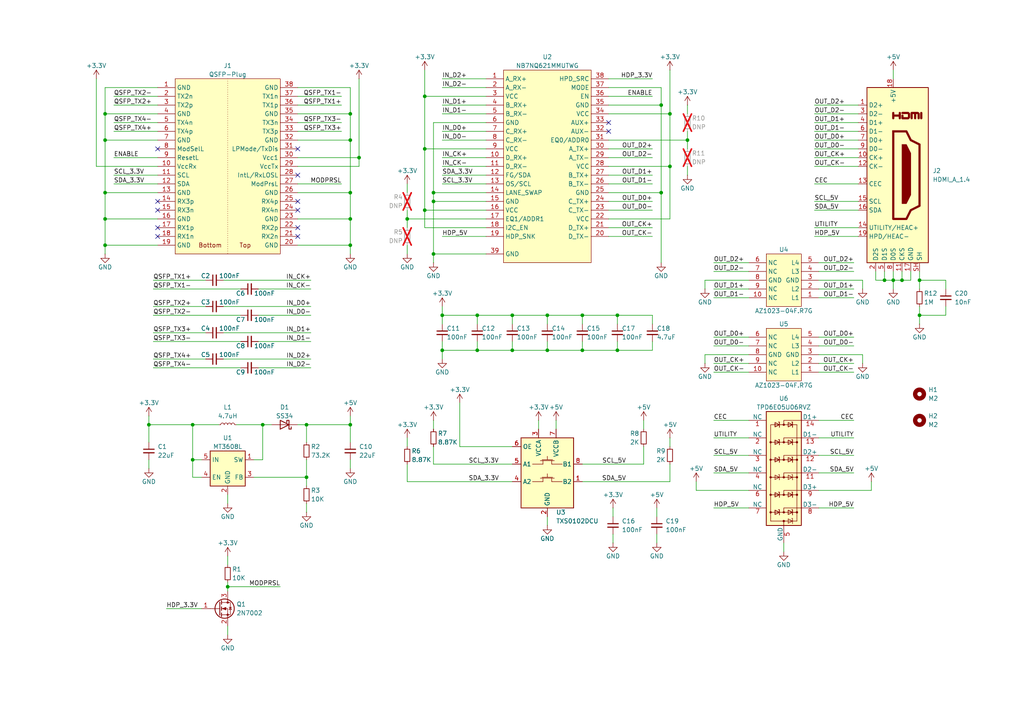
<source format=kicad_sch>
(kicad_sch (version 20250114) (generator "eeschema") (generator_version "9.0")
  (paper "A4")
  (junction (at 138.43 91.44))
  (junction (at 194.31 48.26))
  (junction (at 30.48 40.64))
  (junction (at 101.6 40.64))
  (junction (at 30.48 71.12))
  (junction (at 261.62 81.28))
  (junction (at 148.59 101.6))
  (junction (at 55.88 123.19))
  (junction (at 266.7 91.44))
  (junction (at 104.14 45.72))
  (junction (at 43.18 123.19))
  (junction (at 179.07 101.6))
  (junction (at 194.31 33.02))
  (junction (at 128.27 91.44))
  (junction (at 138.43 101.6))
  (junction (at 101.6 63.5))
  (junction (at 199.39 40.64))
  (junction (at 125.73 58.42))
  (junction (at 30.48 63.5))
  (junction (at 191.77 55.88))
  (junction (at 88.9 123.19))
  (junction (at 123.19 60.96))
  (junction (at 168.91 91.44))
  (junction (at 30.48 55.88))
  (junction (at 168.91 101.6))
  (junction (at 123.19 43.18))
  (junction (at 125.73 73.66))
  (junction (at 101.6 123.19))
  (junction (at 55.88 133.35))
  (junction (at 88.9 138.43))
  (junction (at 66.04 170.18))
  (junction (at 101.6 33.02))
  (junction (at 125.73 55.88))
  (junction (at 30.48 33.02))
  (junction (at 128.27 101.6))
  (junction (at 101.6 71.12))
  (junction (at 76.2 123.19))
  (junction (at 118.11 63.5))
  (junction (at 266.7 81.28))
  (junction (at 158.75 91.44))
  (junction (at 256.54 81.28))
  (junction (at 158.75 101.6))
  (junction (at 191.77 30.48))
  (junction (at 259.08 81.28))
  (junction (at 123.19 27.94))
  (junction (at 101.6 55.88))
  (junction (at 179.07 91.44))
  (junction (at 148.59 91.44))
  (no_connect (at 86.36 60.96))
  (no_connect (at 86.36 66.04))
  (no_connect (at 45.72 60.96))
  (no_connect (at 176.53 35.56))
  (no_connect (at 86.36 50.8))
  (no_connect (at 176.53 38.1))
  (no_connect (at 45.72 66.04))
  (no_connect (at 86.36 58.42))
  (no_connect (at 45.72 43.18))
  (no_connect (at 86.36 68.58))
  (no_connect (at 45.72 68.58))
  (no_connect (at 86.36 43.18))
  (no_connect (at 45.72 58.42))
  (wire (pts (xy 176.53 68.58) (xy 189.23 68.58)))
  (wire (pts (xy 64.77 81.28) (xy 90.17 81.28)))
  (wire (pts (xy 86.36 35.56) (xy 99.06 35.56)))
  (wire (pts (xy 274.32 83.82) (xy 274.32 81.28)))
  (wire (pts (xy 104.14 22.86) (xy 104.14 45.72)))
  (wire (pts (xy 104.14 48.26) (xy 104.14 45.72)))
  (wire (pts (xy 128.27 101.6) (xy 128.27 104.14)))
  (wire (pts (xy 190.5 147.32) (xy 190.5 149.86)))
  (wire (pts (xy 148.59 91.44) (xy 158.75 91.44)))
  (wire (pts (xy 101.6 123.19) (xy 101.6 128.27)))
  (wire (pts (xy 189.23 91.44) (xy 189.23 93.98)))
  (wire (pts (xy 64.77 88.9) (xy 90.17 88.9)))
  (wire (pts (xy 236.22 30.48) (xy 248.92 30.48)))
  (wire (pts (xy 156.21 121.92) (xy 156.21 124.46)))
  (wire (pts (xy 247.65 105.41) (xy 237.49 105.41)))
  (wire (pts (xy 128.27 50.8) (xy 140.97 50.8)))
  (wire (pts (xy 247.65 100.33) (xy 237.49 100.33)))
  (wire (pts (xy 128.27 40.64) (xy 140.97 40.64)))
  (wire (pts (xy 101.6 120.65) (xy 101.6 123.19)))
  (wire (pts (xy 33.02 27.94) (xy 45.72 27.94)))
  (wire (pts (xy 179.07 99.06) (xy 179.07 101.6)))
  (wire (pts (xy 86.36 53.34) (xy 99.06 53.34)))
  (wire (pts (xy 74.93 106.68) (xy 90.17 106.68)))
  (wire (pts (xy 176.53 53.34) (xy 189.23 53.34)))
  (wire (pts (xy 204.47 83.82) (xy 204.47 81.28)))
  (wire (pts (xy 191.77 25.4) (xy 191.77 30.48)))
  (wire (pts (xy 236.22 68.58) (xy 248.92 68.58)))
  (wire (pts (xy 261.62 78.74) (xy 261.62 81.28)))
  (wire (pts (xy 199.39 38.1) (xy 199.39 40.64)))
  (wire (pts (xy 176.53 55.88) (xy 191.77 55.88)))
  (wire (pts (xy 176.53 22.86) (xy 189.23 22.86)))
  (wire (pts (xy 176.53 60.96) (xy 189.23 60.96)))
  (wire (pts (xy 266.7 78.74) (xy 266.7 81.28)))
  (wire (pts (xy 128.27 91.44) (xy 138.43 91.44)))
  (wire (pts (xy 186.69 129.54) (xy 186.69 134.62)))
  (wire (pts (xy 76.2 123.19) (xy 76.2 133.35)))
  (wire (pts (xy 128.27 25.4) (xy 140.97 25.4)))
  (wire (pts (xy 191.77 55.88) (xy 191.77 76.2)))
  (wire (pts (xy 88.9 123.19) (xy 101.6 123.19)))
  (wire (pts (xy 33.02 35.56) (xy 45.72 35.56)))
  (wire (pts (xy 256.54 78.74) (xy 256.54 81.28)))
  (wire (pts (xy 194.31 20.32) (xy 194.31 33.02)))
  (wire (pts (xy 176.53 48.26) (xy 194.31 48.26)))
  (wire (pts (xy 236.22 33.02) (xy 248.92 33.02)))
  (wire (pts (xy 247.65 83.82) (xy 237.49 83.82)))
  (wire (pts (xy 118.11 60.96) (xy 118.11 63.5)))
  (wire (pts (xy 207.01 86.36) (xy 217.17 86.36)))
  (wire (pts (xy 189.23 99.06) (xy 189.23 101.6)))
  (wire (pts (xy 123.19 66.04) (xy 123.19 60.96)))
  (wire (pts (xy 118.11 134.62) (xy 118.11 139.7)))
  (wire (pts (xy 247.65 121.92) (xy 237.49 121.92)))
  (wire (pts (xy 86.36 33.02) (xy 101.6 33.02)))
  (wire (pts (xy 66.04 170.18) (xy 81.28 170.18)))
  (wire (pts (xy 176.53 27.94) (xy 189.23 27.94)))
  (wire (pts (xy 266.7 81.28) (xy 266.7 83.82)))
  (wire (pts (xy 247.65 76.2) (xy 237.49 76.2)))
  (wire (pts (xy 148.59 101.6) (xy 158.75 101.6)))
  (wire (pts (xy 30.48 71.12) (xy 45.72 71.12)))
  (wire (pts (xy 64.77 104.14) (xy 90.17 104.14)))
  (wire (pts (xy 44.45 88.9) (xy 59.69 88.9)))
  (wire (pts (xy 186.69 121.92) (xy 186.69 124.46)))
  (wire (pts (xy 128.27 99.06) (xy 128.27 101.6)))
  (wire (pts (xy 207.01 127) (xy 217.17 127)))
  (wire (pts (xy 86.36 27.94) (xy 99.06 27.94)))
  (wire (pts (xy 259.08 81.28) (xy 259.08 83.82)))
  (wire (pts (xy 27.94 22.86) (xy 27.94 48.26)))
  (wire (pts (xy 123.19 43.18) (xy 140.97 43.18)))
  (wire (pts (xy 236.22 53.34) (xy 248.92 53.34)))
  (wire (pts (xy 86.36 55.88) (xy 101.6 55.88)))
  (wire (pts (xy 125.73 73.66) (xy 140.97 73.66)))
  (wire (pts (xy 236.22 43.18) (xy 248.92 43.18)))
  (wire (pts (xy 123.19 27.94) (xy 140.97 27.94)))
  (wire (pts (xy 86.36 48.26) (xy 104.14 48.26)))
  (wire (pts (xy 66.04 143.51) (xy 66.04 146.05)))
  (wire (pts (xy 191.77 30.48) (xy 191.77 55.88)))
  (wire (pts (xy 176.53 33.02) (xy 194.31 33.02)))
  (wire (pts (xy 252.73 139.7) (xy 252.73 142.24)))
  (wire (pts (xy 118.11 63.5) (xy 140.97 63.5)))
  (wire (pts (xy 86.36 25.4) (xy 101.6 25.4)))
  (wire (pts (xy 274.32 88.9) (xy 274.32 91.44)))
  (wire (pts (xy 118.11 139.7) (xy 148.59 139.7)))
  (wire (pts (xy 128.27 33.02) (xy 140.97 33.02)))
  (wire (pts (xy 236.22 60.96) (xy 248.92 60.96)))
  (wire (pts (xy 118.11 53.34) (xy 118.11 55.88)))
  (wire (pts (xy 73.66 138.43) (xy 88.9 138.43)))
  (wire (pts (xy 236.22 38.1) (xy 248.92 38.1)))
  (wire (pts (xy 101.6 40.64) (xy 101.6 55.88)))
  (wire (pts (xy 55.88 138.43) (xy 58.42 138.43)))
  (wire (pts (xy 128.27 91.44) (xy 128.27 93.98)))
  (wire (pts (xy 125.73 35.56) (xy 125.73 55.88)))
  (wire (pts (xy 43.18 133.35) (xy 43.18 135.89)))
  (wire (pts (xy 125.73 121.92) (xy 125.73 124.46)))
  (wire (pts (xy 58.42 133.35) (xy 55.88 133.35)))
  (wire (pts (xy 204.47 81.28) (xy 217.17 81.28)))
  (wire (pts (xy 74.93 99.06) (xy 90.17 99.06)))
  (wire (pts (xy 158.75 149.86) (xy 158.75 152.4)))
  (wire (pts (xy 140.97 66.04) (xy 123.19 66.04)))
  (wire (pts (xy 190.5 154.94) (xy 190.5 157.48)))
  (wire (pts (xy 101.6 63.5) (xy 101.6 71.12)))
  (wire (pts (xy 158.75 101.6) (xy 168.91 101.6)))
  (wire (pts (xy 123.19 60.96) (xy 140.97 60.96)))
  (wire (pts (xy 201.93 139.7) (xy 201.93 142.24)))
  (wire (pts (xy 179.07 101.6) (xy 189.23 101.6)))
  (wire (pts (xy 27.94 48.26) (xy 45.72 48.26)))
  (wire (pts (xy 74.93 83.82) (xy 90.17 83.82)))
  (wire (pts (xy 125.73 55.88) (xy 125.73 58.42)))
  (wire (pts (xy 30.48 33.02) (xy 30.48 40.64)))
  (wire (pts (xy 55.88 123.19) (xy 63.5 123.19)))
  (wire (pts (xy 176.53 30.48) (xy 191.77 30.48)))
  (wire (pts (xy 266.7 88.9) (xy 266.7 91.44)))
  (wire (pts (xy 168.91 101.6) (xy 179.07 101.6)))
  (wire (pts (xy 86.36 38.1) (xy 99.06 38.1)))
  (wire (pts (xy 247.65 86.36) (xy 237.49 86.36)))
  (wire (pts (xy 250.19 83.82) (xy 250.19 81.28)))
  (wire (pts (xy 125.73 58.42) (xy 125.73 73.66)))
  (wire (pts (xy 177.8 147.32) (xy 177.8 149.86)))
  (wire (pts (xy 88.9 123.19) (xy 88.9 128.27)))
  (wire (pts (xy 176.53 43.18) (xy 189.23 43.18)))
  (wire (pts (xy 247.65 107.95) (xy 237.49 107.95)))
  (wire (pts (xy 168.91 91.44) (xy 179.07 91.44)))
  (wire (pts (xy 168.91 139.7) (xy 194.31 139.7)))
  (wire (pts (xy 73.66 133.35) (xy 76.2 133.35)))
  (wire (pts (xy 207.01 83.82) (xy 217.17 83.82)))
  (wire (pts (xy 125.73 58.42) (xy 140.97 58.42)))
  (wire (pts (xy 68.58 123.19) (xy 76.2 123.19)))
  (wire (pts (xy 125.73 129.54) (xy 125.73 134.62)))
  (wire (pts (xy 86.36 63.5) (xy 101.6 63.5)))
  (wire (pts (xy 128.27 88.9) (xy 128.27 91.44)))
  (wire (pts (xy 88.9 133.35) (xy 88.9 138.43)))
  (wire (pts (xy 158.75 99.06) (xy 158.75 101.6)))
  (wire (pts (xy 30.48 25.4) (xy 45.72 25.4)))
  (wire (pts (xy 30.48 63.5) (xy 30.48 71.12)))
  (wire (pts (xy 247.65 97.79) (xy 237.49 97.79)))
  (wire (pts (xy 101.6 55.88) (xy 101.6 63.5)))
  (wire (pts (xy 43.18 123.19) (xy 43.18 128.27)))
  (wire (pts (xy 179.07 91.44) (xy 189.23 91.44)))
  (wire (pts (xy 128.27 22.86) (xy 140.97 22.86)))
  (wire (pts (xy 179.07 91.44) (xy 179.07 93.98)))
  (wire (pts (xy 236.22 48.26) (xy 248.92 48.26)))
  (wire (pts (xy 101.6 33.02) (xy 101.6 40.64)))
  (wire (pts (xy 123.19 43.18) (xy 123.19 60.96)))
  (wire (pts (xy 123.19 20.32) (xy 123.19 27.94)))
  (wire (pts (xy 44.45 96.52) (xy 59.69 96.52)))
  (wire (pts (xy 101.6 71.12) (xy 101.6 73.66)))
  (wire (pts (xy 86.36 30.48) (xy 99.06 30.48)))
  (wire (pts (xy 30.48 71.12) (xy 30.48 73.66)))
  (wire (pts (xy 176.53 63.5) (xy 194.31 63.5)))
  (wire (pts (xy 194.31 134.62) (xy 194.31 139.7)))
  (wire (pts (xy 176.53 45.72) (xy 189.23 45.72)))
  (wire (pts (xy 30.48 55.88) (xy 30.48 63.5)))
  (wire (pts (xy 236.22 66.04) (xy 248.92 66.04)))
  (wire (pts (xy 256.54 81.28) (xy 259.08 81.28)))
  (wire (pts (xy 207.01 97.79) (xy 217.17 97.79)))
  (wire (pts (xy 44.45 106.68) (xy 69.85 106.68)))
  (wire (pts (xy 44.45 99.06) (xy 69.85 99.06)))
  (wire (pts (xy 101.6 25.4) (xy 101.6 33.02)))
  (wire (pts (xy 259.08 20.32) (xy 259.08 22.86)))
  (wire (pts (xy 250.19 81.28) (xy 237.49 81.28)))
  (wire (pts (xy 44.45 91.44) (xy 69.85 91.44)))
  (wire (pts (xy 250.19 105.41) (xy 250.19 102.87)))
  (wire (pts (xy 236.22 45.72) (xy 248.92 45.72)))
  (wire (pts (xy 207.01 132.08) (xy 217.17 132.08)))
  (wire (pts (xy 236.22 40.64) (xy 248.92 40.64)))
  (wire (pts (xy 55.88 133.35) (xy 55.88 123.19)))
  (wire (pts (xy 86.36 40.64) (xy 101.6 40.64)))
  (wire (pts (xy 44.45 104.14) (xy 59.69 104.14)))
  (wire (pts (xy 204.47 102.87) (xy 217.17 102.87)))
  (wire (pts (xy 30.48 40.64) (xy 45.72 40.64)))
  (wire (pts (xy 204.47 105.41) (xy 204.47 102.87)))
  (wire (pts (xy 274.32 81.28) (xy 266.7 81.28)))
  (wire (pts (xy 201.93 142.24) (xy 217.17 142.24)))
  (wire (pts (xy 176.53 25.4) (xy 191.77 25.4)))
  (wire (pts (xy 30.48 25.4) (xy 30.48 33.02)))
  (wire (pts (xy 247.65 127) (xy 237.49 127)))
  (wire (pts (xy 128.27 48.26) (xy 140.97 48.26)))
  (wire (pts (xy 30.48 63.5) (xy 45.72 63.5)))
  (wire (pts (xy 254 78.74) (xy 254 81.28)))
  (wire (pts (xy 250.19 102.87) (xy 237.49 102.87)))
  (wire (pts (xy 148.59 91.44) (xy 148.59 93.98)))
  (wire (pts (xy 33.02 30.48) (xy 45.72 30.48)))
  (wire (pts (xy 168.91 91.44) (xy 168.91 93.98)))
  (wire (pts (xy 66.04 181.61) (xy 66.04 184.15)))
  (wire (pts (xy 30.48 40.64) (xy 30.48 55.88)))
  (wire (pts (xy 133.35 129.54) (xy 148.59 129.54)))
  (wire (pts (xy 74.93 91.44) (xy 90.17 91.44)))
  (wire (pts (xy 247.65 137.16) (xy 237.49 137.16)))
  (wire (pts (xy 125.73 55.88) (xy 140.97 55.88)))
  (wire (pts (xy 194.31 63.5) (xy 194.31 48.26)))
  (wire (pts (xy 128.27 30.48) (xy 140.97 30.48)))
  (wire (pts (xy 125.73 73.66) (xy 125.73 76.2)))
  (wire (pts (xy 66.04 168.91) (xy 66.04 170.18)))
  (wire (pts (xy 168.91 99.06) (xy 168.91 101.6)))
  (wire (pts (xy 118.11 127) (xy 118.11 129.54)))
  (wire (pts (xy 176.53 58.42) (xy 189.23 58.42)))
  (wire (pts (xy 176.53 50.8) (xy 189.23 50.8)))
  (wire (pts (xy 118.11 71.12) (xy 118.11 73.66)))
  (wire (pts (xy 128.27 101.6) (xy 138.43 101.6)))
  (wire (pts (xy 125.73 134.62) (xy 148.59 134.62)))
  (wire (pts (xy 44.45 81.28) (xy 59.69 81.28)))
  (wire (pts (xy 118.11 63.5) (xy 118.11 66.04)))
  (wire (pts (xy 207.01 147.32) (xy 217.17 147.32)))
  (wire (pts (xy 247.65 147.32) (xy 237.49 147.32)))
  (wire (pts (xy 64.77 96.52) (xy 90.17 96.52)))
  (wire (pts (xy 161.29 121.92) (xy 161.29 124.46)))
  (wire (pts (xy 55.88 133.35) (xy 55.88 138.43)))
  (wire (pts (xy 33.02 53.34) (xy 45.72 53.34)))
  (wire (pts (xy 48.26 176.53) (xy 58.42 176.53)))
  (wire (pts (xy 86.36 45.72) (xy 104.14 45.72)))
  (wire (pts (xy 86.36 71.12) (xy 101.6 71.12)))
  (wire (pts (xy 199.39 48.26) (xy 199.39 50.8)))
  (wire (pts (xy 33.02 38.1) (xy 45.72 38.1)))
  (wire (pts (xy 236.22 35.56) (xy 248.92 35.56)))
  (wire (pts (xy 207.01 78.74) (xy 217.17 78.74)))
  (wire (pts (xy 138.43 91.44) (xy 138.43 93.98)))
  (wire (pts (xy 30.48 33.02) (xy 45.72 33.02)))
  (wire (pts (xy 128.27 68.58) (xy 140.97 68.58)))
  (wire (pts (xy 199.39 30.48) (xy 199.39 33.02)))
  (wire (pts (xy 66.04 170.18) (xy 66.04 171.45)))
  (wire (pts (xy 264.16 81.28) (xy 261.62 81.28)))
  (wire (pts (xy 274.32 91.44) (xy 266.7 91.44)))
  (wire (pts (xy 266.7 91.44) (xy 266.7 93.98)))
  (wire (pts (xy 148.59 99.06) (xy 148.59 101.6)))
  (wire (pts (xy 88.9 146.05) (xy 88.9 148.59)))
  (wire (pts (xy 247.65 132.08) (xy 237.49 132.08)))
  (wire (pts (xy 194.31 127) (xy 194.31 129.54)))
  (wire (pts (xy 44.45 83.82) (xy 69.85 83.82)))
  (wire (pts (xy 168.91 134.62) (xy 186.69 134.62)))
  (wire (pts (xy 177.8 154.94) (xy 177.8 157.48)))
  (wire (pts (xy 33.02 50.8) (xy 45.72 50.8)))
  (wire (pts (xy 138.43 99.06) (xy 138.43 101.6)))
  (wire (pts (xy 207.01 107.95) (xy 217.17 107.95)))
  (wire (pts (xy 207.01 105.41) (xy 217.17 105.41)))
  (wire (pts (xy 264.16 78.74) (xy 264.16 81.28)))
  (wire (pts (xy 254 81.28) (xy 256.54 81.28)))
  (wire (pts (xy 30.48 55.88) (xy 45.72 55.88)))
  (wire (pts (xy 194.31 48.26) (xy 194.31 33.02)))
  (wire (pts (xy 138.43 91.44) (xy 148.59 91.44)))
  (wire (pts (xy 128.27 53.34) (xy 140.97 53.34)))
  (wire (pts (xy 133.35 116.84) (xy 133.35 129.54)))
  (wire (pts (xy 43.18 123.19) (xy 55.88 123.19)))
  (wire (pts (xy 125.73 35.56) (xy 140.97 35.56)))
  (wire (pts (xy 236.22 58.42) (xy 248.92 58.42)))
  (wire (pts (xy 227.33 160.02) (xy 227.33 157.48)))
  (wire (pts (xy 252.73 142.24) (xy 237.49 142.24)))
  (wire (pts (xy 247.65 78.74) (xy 237.49 78.74)))
  (wire (pts (xy 123.19 27.94) (xy 123.19 43.18)))
  (wire (pts (xy 207.01 121.92) (xy 217.17 121.92)))
  (wire (pts (xy 128.27 45.72) (xy 140.97 45.72)))
  (wire (pts (xy 259.08 78.74) (xy 259.08 81.28)))
  (wire (pts (xy 176.53 40.64) (xy 199.39 40.64)))
  (wire (pts (xy 207.01 76.2) (xy 217.17 76.2)))
  (wire (pts (xy 176.53 66.04) (xy 189.23 66.04)))
  (wire (pts (xy 101.6 133.35) (xy 101.6 135.89)))
  (wire (pts (xy 76.2 123.19) (xy 78.74 123.19)))
  (wire (pts (xy 207.01 100.33) (xy 217.17 100.33)))
  (wire (pts (xy 43.18 120.65) (xy 43.18 123.19)))
  (wire (pts (xy 158.75 91.44) (xy 158.75 93.98)))
  (wire (pts (xy 138.43 101.6) (xy 148.59 101.6)))
  (wire (pts (xy 66.04 161.29) (xy 66.04 163.83)))
  (wire (pts (xy 207.01 137.16) (xy 217.17 137.16)))
  (wire (pts (xy 86.36 123.19) (xy 88.9 123.19)))
  (wire (pts (xy 88.9 138.43) (xy 88.9 140.97)))
  (wire (pts (xy 259.08 81.28) (xy 261.62 81.28)))
  (wire (pts (xy 128.27 38.1) (xy 140.97 38.1)))
  (wire (pts (xy 158.75 91.44) (xy 168.91 91.44)))
  (wire (pts (xy 33.02 45.72) (xy 45.72 45.72)))
  (wire (pts (xy 199.39 40.64) (xy 199.39 43.18)))
  (label "IN_D0+" (at 128.27 38.1 0))
  (label "IN_CK+" (at 128.27 45.72 0))
  (label "IN_D0-" (at 128.27 40.64 0))
  (label "CEC" (at 247.65 121.92 180))
  (label "OUT_D0+" (at 189.23 58.42 180))
  (label "SCL_5V" (at 207.01 132.08 0))
  (label "SDA_3.3V" (at 128.27 50.8 0))
  (label "IN_D2-" (at 90.17 106.68 180))
  (label "OUT_D0-" (at 189.23 60.96 180))
  (label "SCL_5V" (at 247.65 132.08 180))
  (label "SCL_3.3V" (at 128.27 53.34 0))
  (label "OUT_D0+" (at 236.22 40.64 0))
  (label "SDA_5V" (at 207.01 137.16 0))
  (label "QSFP_TX1+" (at 44.45 81.28 0))
  (label "QSFP_TX2+" (at 44.45 88.9 0))
  (label "OUT_D1-" (at 207.01 86.36 0))
  (label "MODPRSL" (at 99.06 53.34 180))
  (label "QSFP_TX4-" (at 44.45 106.68 0))
  (label "OUT_D1+" (at 236.22 35.56 0))
  (label "QSFP_TX1+" (at 99.06 30.48 180))
  (label "SCL_5V" (at 236.22 58.42 0))
  (label "OUT_D0-" (at 236.22 43.18 0))
  (label "OUT_D0+" (at 207.01 97.79 0))
  (label "QSFP_TX2-" (at 33.02 27.94 0))
  (label "OUT_CK+" (at 189.23 66.04 180))
  (label "IN_D1+" (at 90.17 96.52 180))
  (label "QSFP_TX1-" (at 44.45 83.82 0))
  (label "OUT_CK-" (at 207.01 107.95 0))
  (label "OUT_D1-" (at 189.23 53.34 180))
  (label "SCL_3.3V" (at 135.89 134.62 0))
  (label "IN_CK+" (at 90.17 81.28 180))
  (label "QSFP_TX4-" (at 33.02 35.56 0))
  (label "HDP_3.3V" (at 48.26 176.53 0))
  (label "UTILITY" (at 247.65 127 180))
  (label "QSFP_TX3-" (at 99.06 35.56 180))
  (label "OUT_D1+" (at 189.23 50.8 180))
  (label "IN_D2+" (at 90.17 104.14 180))
  (label "IN_D2-" (at 128.27 25.4 0))
  (label "SDA_5V" (at 181.61 139.7 180))
  (label "QSFP_TX3-" (at 44.45 99.06 0))
  (label "OUT_D0-" (at 207.01 100.33 0))
  (label "QSFP_TX3+" (at 44.45 96.52 0))
  (label "QSFP_TX2+" (at 33.02 30.48 0))
  (label "UTILITY" (at 236.22 66.04 0))
  (label "OUT_CK+" (at 247.65 105.41 180))
  (label "OUT_D2+" (at 207.01 76.2 0))
  (label "SDA_3.3V" (at 135.89 139.7 0))
  (label "OUT_D2-" (at 189.23 45.72 180))
  (label "OUT_D2-" (at 236.22 33.02 0))
  (label "SDA_3.3V" (at 33.02 53.34 0))
  (label "OUT_D1-" (at 236.22 38.1 0))
  (label "OUT_D2+" (at 189.23 43.18 180))
  (label "QSFP_TX1-" (at 99.06 27.94 180))
  (label "HDP_3.3V" (at 189.23 22.86 180))
  (label "OUT_D1-" (at 247.65 86.36 180))
  (label "HDP_5V" (at 247.65 147.32 180))
  (label "ENABLE" (at 33.02 45.72 0))
  (label "OUT_D2+" (at 247.65 76.2 180))
  (label "IN_D2+" (at 128.27 22.86 0))
  (label "UTILITY" (at 207.01 127 0))
  (label "HDP_5V" (at 128.27 68.58 0))
  (label "QSFP_TX4+" (at 33.02 38.1 0))
  (label "CEC" (at 207.01 121.92 0))
  (label "CEC" (at 236.22 53.34 0))
  (label "IN_D1-" (at 90.17 99.06 180))
  (label "OUT_CK+" (at 207.01 105.41 0))
  (label "IN_D1-" (at 128.27 33.02 0))
  (label "IN_D1+" (at 128.27 30.48 0))
  (label "QSFP_TX3+" (at 99.06 38.1 180))
  (label "OUT_CK-" (at 236.22 48.26 0))
  (label "OUT_D2-" (at 247.65 78.74 180))
  (label "OUT_D2-" (at 207.01 78.74 0))
  (label "SDA_5V" (at 236.22 60.96 0))
  (label "OUT_D1+" (at 247.65 83.82 180))
  (label "OUT_D2+" (at 236.22 30.48 0))
  (label "SDA_5V" (at 247.65 137.16 180))
  (label "HDP_5V" (at 207.01 147.32 0))
  (label "QSFP_TX4+" (at 44.45 104.14 0))
  (label "SCL_5V" (at 181.61 134.62 180))
  (label "IN_D0+" (at 90.17 88.9 180))
  (label "SCL_3.3V" (at 33.02 50.8 0))
  (label "ENABLE" (at 189.23 27.94 180))
  (label "OUT_CK-" (at 247.65 107.95 180))
  (label "MODPRSL" (at 81.28 170.18 180))
  (label "IN_CK-" (at 128.27 48.26 0))
  (label "OUT_D0-" (at 247.65 100.33 180))
  (label "OUT_D1+" (at 207.01 83.82 0))
  (label "IN_CK-" (at 90.17 83.82 180))
  (label "HDP_5V" (at 236.22 68.58 0))
  (label "IN_D0-" (at 90.17 91.44 180))
  (label "OUT_CK-" (at 189.23 68.58 180))
  (label "OUT_CK+" (at 236.22 45.72 0))
  (label "OUT_D0+" (at 247.65 97.79 180))
  (label "QSFP_TX2-" (at 44.45 91.44 0))
  (symbol (lib_id "Connector_SFF:QSFP-Plug") (at 66.04 48.26 0) (unit 1)
    (property "Reference" "J1" (at 66.04 19.05 0))
    (property "Value" "QSFP-Plug" (at 66.04 21.59 0))
    (property "Footprint" "Connector_SFF:QSFP-Plug" (effects (hide yes)))
    (property "Description" "SFF-8662 QSFP Plug" (effects (hide yes)))
  )
  (symbol (lib_id "Device:R_Small") (at 194.31 132.08 0) (unit 1)
    (property "Reference" "R9" (at 193.04 130.81 0) (effects (justify right)))
    (property "Value" "2K" (at 193.04 133.35 0) (effects (justify right)))
    (property "Footprint" "Resistor_SMD:R_0603_1608Metric_Pad0.98x0.95mm_HandSolder" (effects (hide yes)))
    (property "Description" "Resistor, small symbol" (effects (hide yes)))
  )
  (symbol (lib_id "Device:C_Small") (at 138.43 96.52 0) (unit 1)
    (property "Reference" "C12" (at 139.7 95.25 0) (effects (justify left)))
    (property "Value" "100nF" (at 139.7 97.79 0) (effects (justify left)))
    (property "Footprint" "Capacitor_SMD:C_0402_1005Metric_Pad0.74x0.62mm_HandSolder" (effects (hide yes)))
    (property "Description" "Unpolarized capacitor, small symbol" (effects (hide yes)))
  )
  (symbol (lib_id "power:GND") (at 128.27 104.14 0) (unit 1)
    (property "Reference" "#PWR020" (effects (hide yes)))
    (property "Value" "GND" (at 128.27 107.95 0))
    (property "Description" "Power symbol creates a global label with name \"GND\" , ground" (effects (hide yes)))
  )
  (symbol (lib_id "power:GND") (at 101.6 135.89 0) (unit 1)
    (property "Reference" "#PWR011" (effects (hide yes)))
    (property "Value" "GND" (at 101.6 139.7 0))
    (property "Description" "Power symbol creates a global label with name \"GND\" , ground" (effects (hide yes)))
  )
  (symbol (lib_id "Power_Protection:TPD6E05U06RVZ") (at 227.33 134.62 270) (unit 1)
    (property "Reference" "U6" (at 227.33 115.57 90))
    (property "Value" "TPD6E05U06RVZ" (at 227.33 118.11 90))
    (property "Footprint" "Package_SON:Texas_R-PUSON-N14" (effects (hide yes)))
    (property "Datasheet" "https://www.ti.com/lit/ds/symlink/tpd1e05u06.pdf" (effects (hide yes)))
    (property "Description" "6-Channel ESD Protection for Super-Speed USB 3.0 Interface, USON-14" (effects (hide yes)))
  )
  (symbol (lib_id "power:+5V") (at 186.69 121.92 0) (unit 1)
    (property "Reference" "#PWR027" (effects (hide yes)))
    (property "Value" "+5V" (at 186.69 118.11 0))
    (property "Description" "Power symbol creates a global label with name \"+5V\"" (effects (hide yes)))
  )
  (symbol (lib_id "power:GND") (at 204.47 83.82 0) (unit 1)
    (property "Reference" "#PWR036" (effects (hide yes)))
    (property "Value" "GND" (at 204.47 87.63 0))
    (property "Description" "Power symbol creates a global label with name \"GND\" , ground" (effects (hide yes)))
  )
  (symbol (lib_id "power:GND") (at 250.19 83.82 0) (unit 1)
    (property "Reference" "#PWR039" (effects (hide yes)))
    (property "Value" "GND" (at 250.19 87.63 0))
    (property "Description" "Power symbol creates a global label with name \"GND\" , ground" (effects (hide yes)))
  )
  (symbol (lib_id "Device:C_Small") (at 101.6 130.81 0) (unit 1)
    (property "Reference" "C10" (at 104.14 129.5462 0) (effects (justify left)))
    (property "Value" "22uF" (at 104.14 132.0862 0) (effects (justify left)))
    (property "Footprint" "Capacitor_SMD:C_1206_3216Metric_Pad1.33x1.80mm_HandSolder" (effects (hide yes)))
    (property "Description" "Unpolarized capacitor, small symbol" (effects (hide yes)))
  )
  (symbol (lib_id "power:GND") (at 88.9 148.59 0) (unit 1)
    (property "Reference" "#PWR08" (effects (hide yes)))
    (property "Value" "GND" (at 88.9 152.4 0))
    (property "Description" "Power symbol creates a global label with name \"GND\" , ground" (effects (hide yes)))
  )
  (symbol (lib_id "power:+5V") (at 252.73 139.7 0) (unit 1)
    (property "Reference" "#PWR041" (effects (hide yes)))
    (property "Value" "+5V" (at 252.73 135.89 0))
    (property "Description" "Power symbol creates a global label with name \"+5V\"" (effects (hide yes)))
  )
  (symbol (lib_id "Device:C_Small") (at 179.07 96.52 0) (unit 1)
    (property "Reference" "C17" (at 180.34 95.25 0) (effects (justify left)))
    (property "Value" "100nF" (at 180.34 97.79 0) (effects (justify left)))
    (property "Footprint" "Capacitor_SMD:C_0402_1005Metric_Pad0.74x0.62mm_HandSolder" (effects (hide yes)))
    (property "Description" "Unpolarized capacitor, small symbol" (effects (hide yes)))
  )
  (symbol (lib_id "power:GND") (at 250.19 105.41 0) (unit 1)
    (property "Reference" "#PWR040" (effects (hide yes)))
    (property "Value" "GND" (at 250.19 109.22 0))
    (property "Description" "Power symbol creates a global label with name \"GND\" , ground" (effects (hide yes)))
  )
  (symbol (lib_id "Device:C_Small") (at 62.23 104.14 90) (unit 1)
    (property "Reference" "C5" (at 60.96 102.87 90) (effects (justify left)))
    (property "Value" "100nF" (at 63.5 102.87 90) (effects (justify right)))
    (property "Footprint" "Capacitor_SMD:C_0402_1005Metric_Pad0.74x0.62mm_HandSolder" (effects (hide yes)))
    (property "Description" "Unpolarized capacitor, small symbol" (effects (hide yes)))
  )
  (symbol (lib_id "power:+3.3V") (at 199.39 30.48 0) (unit 1)
    (property "Reference" "#PWR033" (effects (hide yes)))
    (property "Value" "+3.3V" (at 199.39 26.67 0))
    (property "Description" "Power symbol creates a global label with name \"+3.3V\"" (effects (hide yes)))
  )
  (symbol (lib_id "power:GND") (at 66.04 184.15 0) (unit 1)
    (property "Reference" "#PWR07" (effects (hide yes)))
    (property "Value" "GND" (at 66.04 187.96 0))
    (property "Description" "Power symbol creates a global label with name \"GND\" , ground" (effects (hide yes)))
  )
  (symbol (lib_id "power:+3.3V") (at 118.11 127 0) (unit 1)
    (property "Reference" "#PWR015" (effects (hide yes)))
    (property "Value" "+3.3V" (at 118.11 123.19 0))
    (property "Description" "Power symbol creates a global label with name \"+3.3V\"" (effects (hide yes)))
  )
  (symbol (lib_id "power:+3.3V") (at 133.35 116.84 0) (unit 1)
    (property "Reference" "#PWR021" (effects (hide yes)))
    (property "Value" "+3.3V" (at 133.35 113.03 0))
    (property "Description" "Power symbol creates a global label with name \"+3.3V\"" (effects (hide yes)))
  )
  (symbol (lib_id "power:+5V") (at 101.6 120.65 0) (unit 1)
    (property "Reference" "#PWR010" (effects (hide yes)))
    (property "Value" "+5V" (at 101.6 116.84 0))
    (property "Description" "Power symbol creates a global label with name \"+5V\"" (effects (hide yes)))
  )
  (symbol (lib_id "power:GND") (at 43.18 135.89 0) (unit 1)
    (property "Reference" "#PWR04" (effects (hide yes)))
    (property "Value" "GND" (at 43.18 139.7 0))
    (property "Description" "Power symbol creates a global label with name \"GND\" , ground" (effects (hide yes)))
  )
  (symbol (lib_id "power:GND") (at 259.08 83.82 0) (unit 1)
    (property "Reference" "#PWR043" (effects (hide yes)))
    (property "Value" "GND" (at 259.08 87.63 0))
    (property "Description" "Power symbol creates a global label with name \"GND\" , ground" (effects (hide yes)))
  )
  (symbol (lib_id "power:+5V") (at 201.93 139.7 0) (unit 1)
    (property "Reference" "#PWR035" (effects (hide yes)))
    (property "Value" "+5V" (at 201.93 135.89 0))
    (property "Description" "Power symbol creates a global label with name \"+5V\"" (effects (hide yes)))
  )
  (symbol (lib_id "Device:C_Small") (at 62.23 81.28 90) (unit 1)
    (property "Reference" "C2" (at 60.96 80.01 90) (effects (justify left)))
    (property "Value" "100nF" (at 63.5 80.01 90) (effects (justify right)))
    (property "Footprint" "Capacitor_SMD:C_0402_1005Metric_Pad0.74x0.62mm_HandSolder" (effects (hide yes)))
    (property "Description" "Unpolarized capacitor, small symbol" (effects (hide yes)))
  )
  (symbol (lib_id "power:+3.3V") (at 27.94 22.86 0) (unit 1)
    (property "Reference" "#PWR01" (effects (hide yes)))
    (property "Value" "+3.3V" (at 27.94 19.05 0))
    (property "Description" "Power symbol creates a global label with name \"+3.3V\"" (effects (hide yes)))
  )
  (symbol (lib_id "power:+3.3V") (at 118.11 53.34 0) (unit 1)
    (property "Reference" "#PWR013" (effects (hide yes)))
    (property "Value" "+3.3V" (at 118.11 49.53 0))
    (property "Description" "Power symbol creates a global label with name \"+3.3V\"" (effects (hide yes)))
  )
  (symbol (lib_id "Mechanical:MountingHole") (at 266.7 114.3 0) (unit 1) (exclude_from_sim yes) (in_bom no)
    (property "Reference" "H1" (at 269.24 113.0299 0) (effects (justify left)))
    (property "Value" "M2" (at 269.24 115.5699 0) (effects (justify left)))
    (property "Footprint" "MountingHole_Extra:MountingHole_1.8mm_M1.6" (effects (hide yes)))
    (property "Description" "Mounting Hole without connection" (effects (hide yes)))
  )
  (symbol (lib_id "power:+3.3V") (at 66.04 161.29 0) (unit 1)
    (property "Reference" "#PWR06" (effects (hide yes)))
    (property "Value" "+3.3V" (at 66.04 157.48 0))
    (property "Description" "Power symbol creates a global label with name \"+3.3V\"" (effects (hide yes)))
  )
  (symbol (lib_id "power:GND") (at 199.39 50.8 0) (unit 1)
    (property "Reference" "#PWR034" (effects (hide yes)))
    (property "Value" "GND" (at 199.39 54.61 0))
    (property "Description" "Power symbol creates a global label with name \"GND\" , ground" (effects (hide yes)))
  )
  (symbol (lib_id "power:GND") (at 227.33 160.02 0) (unit 1)
    (property "Reference" "#PWR038" (effects (hide yes)))
    (property "Value" "GND" (at 227.33 163.83 0))
    (property "Description" "Power symbol creates a global label with name \"GND\" , ground" (effects (hide yes)))
  )
  (symbol (lib_id "power:+5V") (at 161.29 121.92 0) (unit 1)
    (property "Reference" "#PWR024" (effects (hide yes)))
    (property "Value" "+5V" (at 161.29 118.11 0))
    (property "Description" "Power symbol creates a global label with name \"+5V\"" (effects (hide yes)))
  )
  (symbol (lib_id "power:GND") (at 125.73 76.2 0) (unit 1)
    (property "Reference" "#PWR017" (effects (hide yes)))
    (property "Value" "GND" (at 125.73 80.01 0))
    (property "Description" "Power symbol creates a global label with name \"GND\" , ground" (effects (hide yes)))
  )
  (symbol (lib_id "Transistor_FET:Q_NMOS_GSD") (at 63.5 176.53 0) (unit 1)
    (property "Reference" "Q1" (at 68.58 175.26 0) (effects (justify left)))
    (property "Value" "2N7002" (at 68.58 177.8 0) (effects (justify left)))
    (property "Footprint" "Package_TO_SOT_SMD:SOT-23" (effects (hide yes)))
    (property "Description" "N-MOSFET transistor, gate/source/drain" (effects (hide yes)))
  )
  (symbol (lib_id "power:+5V") (at 190.5 147.32 0) (unit 1)
    (property "Reference" "#PWR028" (effects (hide yes)))
    (property "Value" "+5V" (at 190.5 143.51 0))
    (property "Description" "Power symbol creates a global label with name \"+5V\"" (effects (hide yes)))
  )
  (symbol (lib_id "power:+3.3V") (at 156.21 121.92 0) (unit 1)
    (property "Reference" "#PWR022" (effects (hide yes)))
    (property "Value" "+3.3V" (at 156.21 118.11 0))
    (property "Description" "Power symbol creates a global label with name \"+3.3V\"" (effects (hide yes)))
  )
  (symbol (lib_id "Device:C_Small") (at 62.23 96.52 90) (unit 1)
    (property "Reference" "C4" (at 60.96 95.25 90) (effects (justify left)))
    (property "Value" "100nF" (at 63.5 95.25 90) (effects (justify right)))
    (property "Footprint" "Capacitor_SMD:C_0402_1005Metric_Pad0.74x0.62mm_HandSolder" (effects (hide yes)))
    (property "Description" "Unpolarized capacitor, small symbol" (effects (hide yes)))
  )
  (symbol (lib_id "Power_Protection_AMAZING:AZ1023-04F.R7G") (at 227.33 81.28 180) (unit 1)
    (property "Reference" "U4" (at 227.33 72.39 0))
    (property "Value" "AZ1023-04F.R7G" (at 227.33 90.17 0))
    (property "Footprint" "Package_DFN_QFN:Diodes_UDFN-10_1.0x2.5mm_P0.5mm" (effects (hide yes)))
    (property "Datasheet" "https://www.amazingic.com/uploads/images/products/PDF/AZ1/AZ1023-04F.pdf" (effects (hide yes)))
    (property "Description" "Ultra Low Capacitance ESD Protection Array For High Speed I/O Port" (effects (hide yes)))
  )
  (symbol (lib_id "Device:R_Small") (at 199.39 45.72 0) (unit 1) (dnp yes)
    (property "Reference" "R11" (at 200.66 44.45 0) (effects (justify left)))
    (property "Value" "DNP" (at 200.66 46.99 0) (effects (justify left)))
    (property "Footprint" "Resistor_SMD:R_0603_1608Metric_Pad0.98x0.95mm_HandSolder" (effects (hide yes)))
    (property "Description" "Resistor, small symbol" (effects (hide yes)))
  )
  (symbol (lib_id "Device:R_Small") (at 266.7 86.36 0) (unit 1)
    (property "Reference" "R12" (at 267.97 85.09 0) (effects (justify left)))
    (property "Value" "1M" (at 267.97 87.63 0) (effects (justify left)))
    (property "Footprint" "Resistor_SMD:R_0603_1608Metric_Pad0.98x0.95mm_HandSolder" (effects (hide yes)))
    (property "Description" "Resistor, small symbol" (effects (hide yes)))
  )
  (symbol (lib_id "Device:C_Small") (at 128.27 96.52 0) (unit 1)
    (property "Reference" "C11" (at 129.54 95.25 0) (effects (justify left)))
    (property "Value" "100nF" (at 129.54 97.79 0) (effects (justify left)))
    (property "Footprint" "Capacitor_SMD:C_0402_1005Metric_Pad0.74x0.62mm_HandSolder" (effects (hide yes)))
    (property "Description" "Unpolarized capacitor, small symbol" (effects (hide yes)))
  )
  (symbol (lib_id "power:GND") (at 177.8 157.48 0) (unit 1)
    (property "Reference" "#PWR026" (effects (hide yes)))
    (property "Value" "GND" (at 177.8 161.29 0))
    (property "Description" "Power symbol creates a global label with name \"GND\" , ground" (effects (hide yes)))
  )
  (symbol (lib_id "Power_Protection_AMAZING:AZ1023-04F.R7G") (at 227.33 102.87 180) (unit 1)
    (property "Reference" "U5" (at 227.33 93.98 0))
    (property "Value" "AZ1023-04F.R7G" (at 227.33 111.76 0))
    (property "Footprint" "Package_DFN_QFN:Diodes_UDFN-10_1.0x2.5mm_P0.5mm" (effects (hide yes)))
    (property "Datasheet" "https://www.amazingic.com/uploads/images/products/PDF/AZ1/AZ1023-04F.pdf" (effects (hide yes)))
    (property "Description" "Ultra Low Capacitance ESD Protection Array For High Speed I/O Port" (effects (hide yes)))
  )
  (symbol (lib_id "Device:C_Small") (at 72.39 106.68 90) (unit 1)
    (property "Reference" "C9" (at 71.12 107.95 90) (effects (justify left)))
    (property "Value" "100nF" (at 73.66 107.95 90) (effects (justify right)))
    (property "Footprint" "Capacitor_SMD:C_0402_1005Metric_Pad0.74x0.62mm_HandSolder" (effects (hide yes)))
    (property "Description" "Unpolarized capacitor, small symbol" (effects (hide yes)))
  )
  (symbol (lib_id "Diode:SS34") (at 82.55 123.19 180) (unit 1)
    (property "Reference" "D1" (at 82.55 118.11 0))
    (property "Value" "SS34" (at 82.55 120.65 0))
    (property "Footprint" "Diode_SMD:D_SMA" (effects (hide yes)))
    (property "Datasheet" "https://www.vishay.com/docs/88751/ss32.pdf" (effects (hide yes)))
    (property "Description" "40V 3A Schottky Diode, SMA" (effects (hide yes)))
  )
  (symbol (lib_id "power:+3.3V") (at 194.31 20.32 0) (unit 1)
    (property "Reference" "#PWR031" (effects (hide yes)))
    (property "Value" "+3.3V" (at 194.31 16.51 0))
    (property "Description" "Power symbol creates a global label with name \"+3.3V\"" (effects (hide yes)))
  )
  (symbol (lib_id "power:+3.3V") (at 128.27 88.9 0) (unit 1)
    (property "Reference" "#PWR019" (effects (hide yes)))
    (property "Value" "+3.3V" (at 128.27 85.09 0))
    (property "Description" "Power symbol creates a global label with name \"+3.3V\"" (effects (hide yes)))
  )
  (symbol (lib_id "Device:L_Small") (at 66.04 123.19 90) (unit 1)
    (property "Reference" "L1" (at 66.04 118.11 90))
    (property "Value" "4.7uH" (at 66.04 120.65 90))
    (property "Footprint" "Inductor_SMD:L_Sunlord_SWPA3015S" (effects (hide yes)))
    (property "Description" "Inductor, small symbol" (effects (hide yes)))
  )
  (symbol (lib_id "Connector:HDMI_A_1.4") (at 259.08 50.8 0) (unit 1)
    (property "Reference" "J2" (at 270.51 49.5299 0) (effects (justify left)))
    (property "Value" "HDMI_A_1.4" (at 270.51 52.0699 0) (effects (justify left)))
    (property "Footprint" "Connector_HDMI:HDMI_A_Molex_208658-1001_Horizontal" (effects (hide yes)))
    (property "Datasheet" "https://en.wikipedia.org/wiki/HDMI" (effects (hide yes)))
    (property "Description" "HDMI 1.4+ type A connector" (effects (hide yes)))
  )
  (symbol (lib_id "power:GND") (at 30.48 73.66 0) (unit 1)
    (property "Reference" "#PWR02" (effects (hide yes)))
    (property "Value" "GND" (at 30.48 77.47 0))
    (property "Description" "Power symbol creates a global label with name \"GND\" , ground" (effects (hide yes)))
  )
  (symbol (lib_id "power:GND") (at 191.77 76.2 0) (unit 1)
    (property "Reference" "#PWR030" (effects (hide yes)))
    (property "Value" "GND" (at 191.77 80.01 0))
    (property "Description" "Power symbol creates a global label with name \"GND\" , ground" (effects (hide yes)))
  )
  (symbol (lib_id "Device:C_Small") (at 189.23 96.52 0) (unit 1)
    (property "Reference" "C18" (at 190.5 95.25 0) (effects (justify left)))
    (property "Value" "4.7uF" (at 190.5 97.79 0) (effects (justify left)))
    (property "Footprint" "Capacitor_SMD:C_0603_1608Metric_Pad1.08x0.95mm_HandSolder" (effects (hide yes)))
    (property "Description" "Unpolarized capacitor, small symbol" (effects (hide yes)))
  )
  (symbol (lib_id "Device:C_Small") (at 148.59 96.52 0) (unit 1)
    (property "Reference" "C13" (at 149.86 95.25 0) (effects (justify left)))
    (property "Value" "100nF" (at 149.86 97.79 0) (effects (justify left)))
    (property "Footprint" "Capacitor_SMD:C_0402_1005Metric_Pad0.74x0.62mm_HandSolder" (effects (hide yes)))
    (property "Description" "Unpolarized capacitor, small symbol" (effects (hide yes)))
  )
  (symbol (lib_id "power:GND") (at 158.75 152.4 0) (unit 1)
    (property "Reference" "#PWR023" (effects (hide yes)))
    (property "Value" "GND" (at 158.75 156.21 0))
    (property "Description" "Power symbol creates a global label with name \"GND\" , ground" (effects (hide yes)))
  )
  (symbol (lib_id "power:+3.3V") (at 177.8 147.32 0) (unit 1)
    (property "Reference" "#PWR025" (effects (hide yes)))
    (property "Value" "+3.3V" (at 177.8 143.51 0))
    (property "Description" "Power symbol creates a global label with name \"+3.3V\"" (effects (hide yes)))
  )
  (symbol (lib_id "Device:R_Small") (at 88.9 143.51 0) (unit 1)
    (property "Reference" "R3" (at 90.17 142.24 0) (effects (justify left)))
    (property "Value" "10K" (at 90.17 144.78 0) (effects (justify left)))
    (property "Footprint" "Resistor_SMD:R_0603_1608Metric_Pad0.98x0.95mm_HandSolder" (effects (hide yes)))
    (property "Description" "Resistor, small symbol" (effects (hide yes)))
  )
  (symbol (lib_id "Device:C_Small") (at 158.75 96.52 0) (unit 1)
    (property "Reference" "C14" (at 160.02 95.25 0) (effects (justify left)))
    (property "Value" "100nF" (at 160.02 97.79 0) (effects (justify left)))
    (property "Footprint" "Capacitor_SMD:C_0402_1005Metric_Pad0.74x0.62mm_HandSolder" (effects (hide yes)))
    (property "Description" "Unpolarized capacitor, small symbol" (effects (hide yes)))
  )
  (symbol (lib_id "power:+3.3V") (at 43.18 120.65 0) (unit 1)
    (property "Reference" "#PWR03" (effects (hide yes)))
    (property "Value" "+3.3V" (at 43.18 116.84 0))
    (property "Description" "Power symbol creates a global label with name \"+3.3V\"" (effects (hide yes)))
  )
  (symbol (lib_id "Device:R_Small") (at 118.11 68.58 0) (unit 1) (dnp yes)
    (property "Reference" "R5" (at 116.84 67.31 0) (effects (justify right)))
    (property "Value" "DNP" (at 116.84 69.85 0) (effects (justify right)))
    (property "Footprint" "Resistor_SMD:R_0603_1608Metric_Pad0.98x0.95mm_HandSolder" (effects (hide yes)))
    (property "Description" "Resistor, small symbol" (effects (hide yes)))
  )
  (symbol (lib_id "power:GND") (at 190.5 157.48 0) (unit 1)
    (property "Reference" "#PWR029" (effects (hide yes)))
    (property "Value" "GND" (at 190.5 161.29 0))
    (property "Description" "Power symbol creates a global label with name \"GND\" , ground" (effects (hide yes)))
  )
  (symbol (lib_id "power:GND") (at 118.11 73.66 0) (unit 1)
    (property "Reference" "#PWR014" (effects (hide yes)))
    (property "Value" "GND" (at 118.11 77.47 0))
    (property "Description" "Power symbol creates a global label with name \"GND\" , ground" (effects (hide yes)))
  )
  (symbol (lib_id "power:GND") (at 266.7 93.98 0) (unit 1)
    (property "Reference" "#PWR044" (effects (hide yes)))
    (property "Value" "GND" (at 266.7 97.79 0))
    (property "Description" "Power symbol creates a global label with name \"GND\" , ground" (effects (hide yes)))
  )
  (symbol (lib_id "power:+3.3V") (at 125.73 121.92 0) (unit 1)
    (property "Reference" "#PWR018" (effects (hide yes)))
    (property "Value" "+3.3V" (at 125.73 118.11 0))
    (property "Description" "Power symbol creates a global label with name \"+3.3V\"" (effects (hide yes)))
  )
  (symbol (lib_id "Mechanical:MountingHole") (at 266.7 121.92 0) (unit 1) (exclude_from_sim yes) (in_bom no)
    (property "Reference" "H2" (at 269.24 120.6499 0) (effects (justify left)))
    (property "Value" "M2" (at 269.24 123.1899 0) (effects (justify left)))
    (property "Footprint" "MountingHole_Extra:MountingHole_1.8mm_M1.6" (effects (hide yes)))
    (property "Description" "Mounting Hole without connection" (effects (hide yes)))
  )
  (symbol (lib_id "Device:R_Small") (at 118.11 132.08 0) (unit 1)
    (property "Reference" "R6" (at 119.38 130.81 0) (effects (justify left)))
    (property "Value" "8.87K" (at 119.38 133.35 0) (effects (justify left)))
    (property "Footprint" "Resistor_SMD:R_0603_1608Metric_Pad0.98x0.95mm_HandSolder" (effects (hide yes)))
    (property "Description" "Resistor, small symbol" (effects (hide yes)))
  )
  (symbol (lib_id "Device:R_Small") (at 186.69 127 0) (unit 1)
    (property "Reference" "R8" (at 185.42 125.73 0) (effects (justify right)))
    (property "Value" "2K" (at 185.42 128.27 0) (effects (justify right)))
    (property "Footprint" "Resistor_SMD:R_0603_1608Metric_Pad0.98x0.95mm_HandSolder" (effects (hide yes)))
    (property "Description" "Resistor, small symbol" (effects (hide yes)))
  )
  (symbol (lib_id "Device:C_Small") (at 72.39 83.82 90) (unit 1)
    (property "Reference" "C6" (at 71.12 85.09 90) (effects (justify left)))
    (property "Value" "100nF" (at 73.66 85.09 90) (effects (justify right)))
    (property "Footprint" "Capacitor_SMD:C_0402_1005Metric_Pad0.74x0.62mm_HandSolder" (effects (hide yes)))
    (property "Description" "Unpolarized capacitor, small symbol" (effects (hide yes)))
  )
  (symbol (lib_id "Device:C_Small") (at 62.23 88.9 90) (unit 1)
    (property "Reference" "C3" (at 60.96 87.63 90) (effects (justify left)))
    (property "Value" "100nF" (at 63.5 87.63 90) (effects (justify right)))
    (property "Footprint" "Capacitor_SMD:C_0402_1005Metric_Pad0.74x0.62mm_HandSolder" (effects (hide yes)))
    (property "Description" "Unpolarized capacitor, small symbol" (effects (hide yes)))
  )
  (symbol (lib_id "Device:C_Small") (at 177.8 152.4 0) (unit 1)
    (property "Reference" "C16" (at 180.34 151.1362 0) (effects (justify left)))
    (property "Value" "100nF" (at 180.34 153.6762 0) (effects (justify left)))
    (property "Footprint" "Capacitor_SMD:C_0402_1005Metric_Pad0.74x0.62mm_HandSolder" (effects (hide yes)))
    (property "Description" "Unpolarized capacitor, small symbol" (effects (hide yes)))
  )
  (symbol (lib_id "Device:C_Small") (at 72.39 91.44 90) (unit 1)
    (property "Reference" "C7" (at 71.12 92.71 90) (effects (justify left)))
    (property "Value" "100nF" (at 73.66 92.71 90) (effects (justify right)))
    (property "Footprint" "Capacitor_SMD:C_0402_1005Metric_Pad0.74x0.62mm_HandSolder" (effects (hide yes)))
    (property "Description" "Unpolarized capacitor, small symbol" (effects (hide yes)))
  )
  (symbol (lib_id "power:GND") (at 66.04 146.05 0) (unit 1)
    (property "Reference" "#PWR05" (effects (hide yes)))
    (property "Value" "GND" (at 66.04 149.86 0))
    (property "Description" "Power symbol creates a global label with name \"GND\" , ground" (effects (hide yes)))
  )
  (symbol (lib_id "power:GND") (at 101.6 73.66 0) (unit 1)
    (property "Reference" "#PWR09" (effects (hide yes)))
    (property "Value" "GND" (at 101.6 77.47 0))
    (property "Description" "Power symbol creates a global label with name \"GND\" , ground" (effects (hide yes)))
  )
  (symbol (lib_id "Logic_LevelTranslator:TXS0102DCU") (at 158.75 137.16 0) (unit 1)
    (property "Reference" "U3" (at 161.29 148.59 0) (effects (justify left)))
    (property "Value" "TXS0102DCU" (at 161.29 151.13 0) (effects (justify left)))
    (property "Footprint" "Package_SO:VSSOP-8_2.3x2mm_P0.5mm" (effects (hide yes)))
    (property "Datasheet" "http://www.ti.com/lit/gpn/txs0102" (effects (hide yes)))
    (property "Description" "2-Bit Bidirectional Voltage-Level Shifter for Open-Drain and Push-Pull Application, VSSOP-8" (effects (hide yes)))
  )
  (symbol (lib_id "Device:C_Small") (at 72.39 99.06 90) (unit 1)
    (property "Reference" "C8" (at 71.12 100.33 90) (effects (justify left)))
    (property "Value" "100nF" (at 73.66 100.33 90) (effects (justify right)))
    (property "Footprint" "Capacitor_SMD:C_0402_1005Metric_Pad0.74x0.62mm_HandSolder" (effects (hide yes)))
    (property "Description" "Unpolarized capacitor, small symbol" (effects (hide yes)))
  )
  (symbol (lib_id "power:+3.3V") (at 104.14 22.86 0) (unit 1)
    (property "Reference" "#PWR012" (effects (hide yes)))
    (property "Value" "+3.3V" (at 104.14 19.05 0))
    (property "Description" "Power symbol creates a global label with name \"+3.3V\"" (effects (hide yes)))
  )
  (symbol (lib_id "Device:C_Small") (at 274.32 86.36 0) (unit 1)
    (property "Reference" "C20" (at 276.86 85.0962 0) (effects (justify left)))
    (property "Value" "10nF" (at 276.86 87.6362 0) (effects (justify left)))
    (property "Footprint" "Capacitor_SMD:C_1206_3216Metric_Pad1.33x1.80mm_HandSolder" (effects (hide yes)))
    (property "Description" "Unpolarized capacitor, small symbol" (effects (hide yes)))
  )
  (symbol (lib_id "Device:R_Small") (at 66.04 166.37 0) (unit 1)
    (property "Reference" "R1" (at 67.31 165.1 0) (effects (justify left)))
    (property "Value" "10K" (at 67.31 167.64 0) (effects (justify left)))
    (property "Footprint" "Resistor_SMD:R_0603_1608Metric_Pad0.98x0.95mm_HandSolder" (effects (hide yes)))
    (property "Description" "Resistor, small symbol" (effects (hide yes)))
  )
  (symbol (lib_id "Interface_HDMI_Onsemi:NB7NQ621MMUTWG") (at 158.75 48.26 0) (unit 1)
    (property "Reference" "U2" (at 158.75 16.51 0))
    (property "Value" "NB7NQ621MMUTWG" (at 158.75 19.05 0))
    (property "Footprint" "Interface_HDMI_Onsemi:Onsemi_X2QFN38_4.05x4.50mm_P0.4mm" (effects (hide yes)))
    (property "Datasheet" "https://www.onsemi.com/products/signal-conditioning-control/redrivers/nb7nq621m" (effects (hide yes)))
    (property "Description" "3.3 V Dual-Mode HDMI 2.1, DisplayPort v1.4a and (DP++) 12 Gbps Level Shifter/Linear Redriver" (effects (hide yes)))
  )
  (symbol (lib_id "Regulator_Switching:MT3608") (at 66.04 135.89 0) (unit 1)
    (property "Reference" "U1" (at 66.04 127 0))
    (property "Value" "MT3608L" (at 66.04 129.54 0))
    (property "Footprint" "Package_TO_SOT_SMD:SOT-23-6" (effects (hide yes)))
    (property "Datasheet" "https://www.olimex.com/Products/Breadboarding/BB-PWR-3608/resources/MT3608.pdf" (effects (hide yes)))
    (property "Description" "High Efficiency 1.2MHz 2A Step Up Converter, 2-24V Vin, 28V Vout, 4A current limit, 1.2MHz, SOT23-6" (effects (hide yes)))
  )
  (symbol (lib_id "power:+5V") (at 194.31 127 0) (unit 1)
    (property "Reference" "#PWR032" (effects (hide yes)))
    (property "Value" "+5V" (at 194.31 123.19 0))
    (property "Description" "Power symbol creates a global label with name \"+5V\"" (effects (hide yes)))
  )
  (symbol (lib_id "Device:R_Small") (at 88.9 130.81 0) (unit 1)
    (property "Reference" "R2" (at 90.17 129.54 0) (effects (justify left)))
    (property "Value" "73.2K" (at 90.17 132.08 0) (effects (justify left)))
    (property "Footprint" "Resistor_SMD:R_0603_1608Metric_Pad0.98x0.95mm_HandSolder" (effects (hide yes)))
    (property "Description" "Resistor, small symbol" (effects (hide yes)))
  )
  (symbol (lib_id "Device:R_Small") (at 125.73 127 0) (unit 1)
    (property "Reference" "R7" (at 127 125.73 0) (effects (justify left)))
    (property "Value" "8.87K" (at 127 128.27 0) (effects (justify left)))
    (property "Footprint" "Resistor_SMD:R_0603_1608Metric_Pad0.98x0.95mm_HandSolder" (effects (hide yes)))
    (property "Description" "Resistor, small symbol" (effects (hide yes)))
  )
  (symbol (lib_id "Device:R_Small") (at 199.39 35.56 0) (unit 1) (dnp yes)
    (property "Reference" "R10" (at 200.66 34.29 0) (effects (justify left)))
    (property "Value" "DNP" (at 200.66 36.83 0) (effects (justify left)))
    (property "Footprint" "Resistor_SMD:R_0603_1608Metric_Pad0.98x0.95mm_HandSolder" (effects (hide yes)))
    (property "Description" "Resistor, small symbol" (effects (hide yes)))
  )
  (symbol (lib_id "Device:C_Small") (at 190.5 152.4 0) (unit 1)
    (property "Reference" "C19" (at 193.04 151.1362 0) (effects (justify left)))
    (property "Value" "100nF" (at 193.04 153.6762 0) (effects (justify left)))
    (property "Footprint" "Capacitor_SMD:C_0402_1005Metric_Pad0.74x0.62mm_HandSolder" (effects (hide yes)))
    (property "Description" "Unpolarized capacitor, small symbol" (effects (hide yes)))
  )
  (symbol (lib_id "Device:C_Small") (at 43.18 130.81 0) (unit 1)
    (property "Reference" "C1" (at 45.72 129.5462 0) (effects (justify left)))
    (property "Value" "22uF" (at 45.72 132.0862 0) (effects (justify left)))
    (property "Footprint" "Capacitor_SMD:C_1206_3216Metric_Pad1.33x1.80mm_HandSolder" (effects (hide yes)))
    (property "Description" "Unpolarized capacitor, small symbol" (effects (hide yes)))
  )
  (symbol (lib_id "Device:R_Small") (at 118.11 58.42 0) (unit 1) (dnp yes)
    (property "Reference" "R4" (at 116.84 57.15 0) (effects (justify right)))
    (property "Value" "DNP" (at 116.84 59.69 0) (effects (justify right)))
    (property "Footprint" "Resistor_SMD:R_0603_1608Metric_Pad0.98x0.95mm_HandSolder" (effects (hide yes)))
    (property "Description" "Resistor, small symbol" (effects (hide yes)))
  )
  (symbol (lib_id "Device:C_Small") (at 168.91 96.52 0) (unit 1)
    (property "Reference" "C15" (at 170.18 95.25 0) (effects (justify left)))
    (property "Value" "100nF" (at 170.18 97.79 0) (effects (justify left)))
    (property "Footprint" "Capacitor_SMD:C_0402_1005Metric_Pad0.74x0.62mm_HandSolder" (effects (hide yes)))
    (property "Description" "Unpolarized capacitor, small symbol" (effects (hide yes)))
  )
  (symbol (lib_id "power:GND") (at 204.47 105.41 0) (unit 1)
    (property "Reference" "#PWR037" (effects (hide yes)))
    (property "Value" "GND" (at 204.47 109.22 0))
    (property "Description" "Power symbol creates a global label with name \"GND\" , ground" (effects (hide yes)))
  )
  (symbol (lib_id "power:+3.3V") (at 123.19 20.32 0) (unit 1)
    (property "Reference" "#PWR016" (effects (hide yes)))
    (property "Value" "+3.3V" (at 123.19 16.51 0))
    (property "Description" "Power symbol creates a global label with name \"+3.3V\"" (effects (hide yes)))
  )
  (symbol (lib_id "power:+5V") (at 259.08 20.32 0) (unit 1)
    (property "Reference" "#PWR042" (effects (hide yes)))
    (property "Value" "+5V" (at 259.08 16.51 0))
    (property "Description" "Power symbol creates a global label with name \"+5V\"" (effects (hide yes)))
  )
)
</source>
